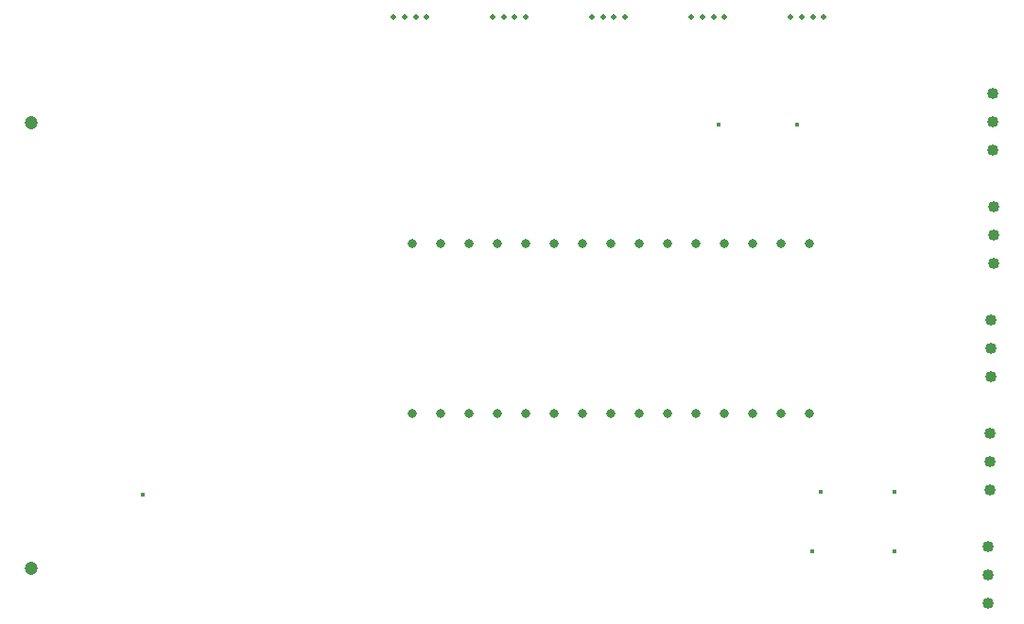
<source format=gbr>
%TF.GenerationSoftware,KiCad,Pcbnew,(6.0.5)*%
%TF.CreationDate,2022-05-12T23:47:54-05:00*%
%TF.ProjectId,RGBFAN,52474246-414e-42e6-9b69-6361645f7063,rev?*%
%TF.SameCoordinates,Original*%
%TF.FileFunction,Plated,1,2,PTH,Drill*%
%TF.FilePolarity,Positive*%
%FSLAX46Y46*%
G04 Gerber Fmt 4.6, Leading zero omitted, Abs format (unit mm)*
G04 Created by KiCad (PCBNEW (6.0.5)) date 2022-05-12 23:47:54*
%MOMM*%
%LPD*%
G01*
G04 APERTURE LIST*
%TA.AperFunction,ViaDrill*%
%ADD10C,0.400000*%
%TD*%
%TA.AperFunction,ComponentDrill*%
%ADD11C,0.500000*%
%TD*%
%TA.AperFunction,ComponentDrill*%
%ADD12C,0.800000*%
%TD*%
%TA.AperFunction,ComponentDrill*%
%ADD13C,1.020000*%
%TD*%
%TA.AperFunction,ComponentDrill*%
%ADD14C,1.200000*%
%TD*%
G04 APERTURE END LIST*
D10*
X87630000Y-108839000D03*
X139192000Y-75692000D03*
X146177000Y-75692000D03*
X147574000Y-113919000D03*
X148336000Y-108585000D03*
X154940000Y-108585000D03*
X154940000Y-113919000D03*
D11*
%TO.C,RGB_1*%
X110030000Y-66040000D03*
X111030000Y-66040000D03*
X112030000Y-66040000D03*
X113030000Y-66040000D03*
%TO.C,RGB_2*%
X118896000Y-66040000D03*
X119896000Y-66040000D03*
X120896000Y-66040000D03*
X121896000Y-66040000D03*
%TO.C,RGB_3*%
X127786000Y-66040000D03*
X128786000Y-66040000D03*
X129786000Y-66040000D03*
X130786000Y-66040000D03*
%TO.C,RGB_4*%
X136700000Y-66040000D03*
X137700000Y-66040000D03*
X138700000Y-66040000D03*
X139700000Y-66040000D03*
%TO.C,RGB_5*%
X145590000Y-66040000D03*
X146590000Y-66040000D03*
X147590000Y-66040000D03*
X148590000Y-66040000D03*
D12*
%TO.C,NANO USB PORT GOES ON THIS SIDE*%
X111760000Y-86360000D03*
X111760000Y-101600000D03*
X114300000Y-86360000D03*
X114300000Y-101600000D03*
X116840000Y-86360000D03*
X116840000Y-101600000D03*
X119380000Y-86360000D03*
X119380000Y-101600000D03*
X121920000Y-86360000D03*
X121920000Y-101600000D03*
X124460000Y-86360000D03*
X124460000Y-101600000D03*
X127000000Y-86360000D03*
X127000000Y-101600000D03*
X129540000Y-86360000D03*
X129540000Y-101600000D03*
X132080000Y-86360000D03*
X132080000Y-101600000D03*
X134620000Y-86360000D03*
X134620000Y-101600000D03*
X137160000Y-86360000D03*
X137160000Y-101600000D03*
X139700000Y-86360000D03*
X139700000Y-101600000D03*
X142240000Y-86360000D03*
X142240000Y-101600000D03*
X144780000Y-86360000D03*
X144780000Y-101600000D03*
X147320000Y-86360000D03*
X147320000Y-101600000D03*
D13*
%TO.C,Fan 5*%
X163322000Y-113538000D03*
X163322000Y-116078000D03*
X163322000Y-118618000D03*
%TO.C,Fan 4*%
X163443000Y-103368000D03*
X163443000Y-105908000D03*
X163443000Y-108448000D03*
%TO.C,Fan 3*%
X163576000Y-93218000D03*
X163576000Y-95758000D03*
X163576000Y-98298000D03*
%TO.C,Fan 1*%
X163697000Y-72888000D03*
X163697000Y-75428000D03*
X163697000Y-77968000D03*
%TO.C,Fan 2*%
X163830000Y-83058000D03*
X163830000Y-85598000D03*
X163830000Y-88138000D03*
D14*
%TO.C,SATA CONNECTOR*%
X77595080Y-75504000D03*
X77595080Y-115504000D03*
M02*

</source>
